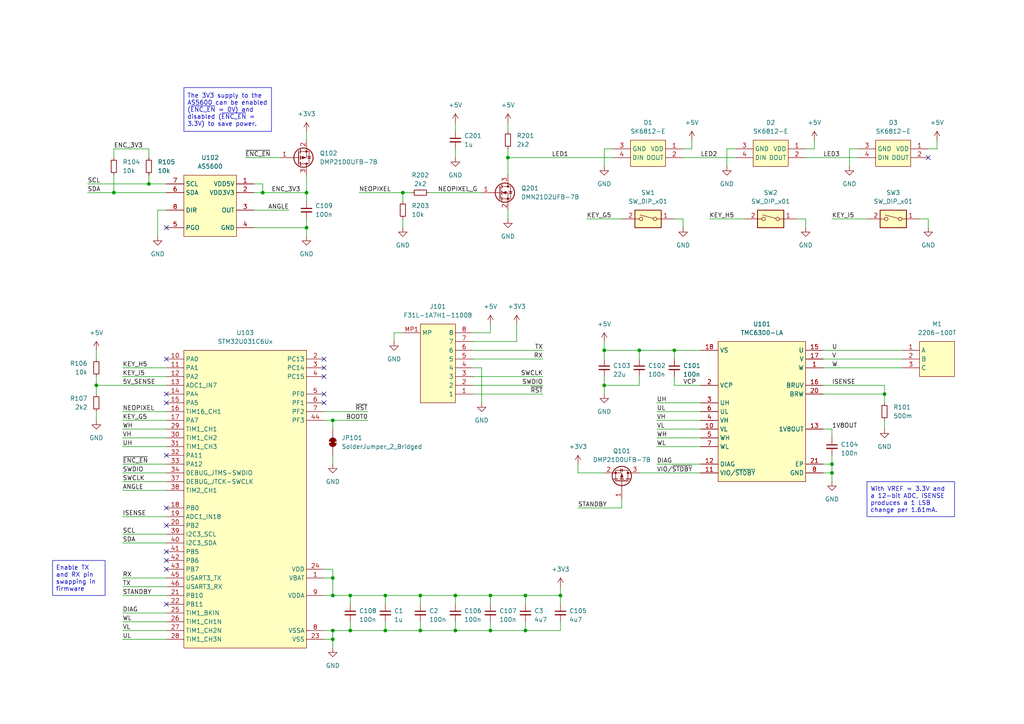
<source format=kicad_sch>
(kicad_sch (version 20250114) (generator "eeschema") (generator_version "9.0")
  (paper "A4")
  (lib_symbols
    (symbol "CONN-FPC:F31L-1A7H1-11008"
      (property "Reference" "J" (at 0 5.08 0))
      (property "Value" "F31L-1A7H1-11008" (at 0 2.54 0))
      (symbol "F31L-1A7H1-11008_1_1"
        (rectangle (start -5.08 0) (end 5.08 -22.86) (fill (type background)))
        (pin passive line (at -10.16 -2.54 0) (length 5.08) (name "1") (number "1"))
        (pin passive line (at -10.16 -5.08 0) (length 5.08) (name "2") (number "2"))
        (pin passive line (at -10.16 -7.62 0) (length 5.08) (name "3") (number "3"))
        (pin passive line (at -10.16 -10.16 0) (length 5.08) (name "4") (number "4"))
        (pin passive line (at -10.16 -12.7 0) (length 5.08) (name "5") (number "5"))
        (pin passive line (at -10.16 -15.24 0) (length 5.08) (name "6") (number "6"))
        (pin passive line (at -10.16 -17.78 0) (length 5.08) (name "7") (number "7"))
        (pin passive line (at -10.16 -20.32 0) (length 5.08) (name "8") (number "8"))
        (pin passive line (at 10.16 -20.32 180) (length 5.08) (name "MP") (number "MP1"))
        (pin passive line (at 10.16 -20.32 180) (length 5.08) (hide yes) (name "MP") (number "MP2"))
      )
    )
    (symbol "DEV:C_SMALL" (pin_numbers (hide yes)) (pin_names (offset 0.254) (hide yes))
      (property "Reference" "C" (at 0.254 1.778 0))
      (property "Value" "SMALL" (at 0.254 -2.032 0))
      (symbol "C_SMALL_0_1"
        (polyline (pts (xy -1.524 0.508) (xy 1.524 0.508)) (stroke (width 0.3048)))
        (polyline (pts (xy -1.524 -0.508) (xy 1.524 -0.508)) (stroke (width 0.3302)))
      )
      (symbol "C_SMALL_1_1"
        (pin passive line (at 0 2.54 270) (length 2.032) (name "~") (number "1"))
        (pin passive line (at 0 -2.54 90) (length 2.032) (name "~") (number "2"))
      )
    )
    (symbol "DEV:R_SMALL" (pin_numbers (hide yes)) (pin_names (offset 0.254) (hide yes))
      (property "Reference" "R" (at 0 0 90))
      (property "Value" "R_SMALL" (at 1.778 0 90))
      (symbol "R_SMALL_0_1"
        (rectangle (start -0.762 1.778) (end 0.762 -1.778) (stroke (width 0.2032)))
      )
      (symbol "R_SMALL_1_1"
        (pin passive line (at 0 2.54 270) (length 0.762) (name "~") (number "1"))
        (pin passive line (at 0 -2.54 90) (length 0.762) (name "~") (number "2"))
      )
    )
    (symbol "ENC:AS5600"
      (property "Reference" "U" (at 0 5.08 0))
      (property "Value" "AS5600" (at 0 2.54 0))
      (symbol "AS5600_0_0"
        (pin input line (at -12.7 -2.54 0) (length 5.08) (name "SCL") (number "7"))
        (pin bidirectional line (at -12.7 -5.08 0) (length 5.08) (name "SDA") (number "6"))
        (pin input line (at -12.7 -10.16 0) (length 5.08) (name "DIR") (number "8"))
        (pin input line (at -12.7 -15.24 0) (length 5.08) (name "PGO") (number "5"))
        (pin power_in line (at 12.7 -2.54 180) (length 5.08) (name "VDD5V") (number "1"))
        (pin power_in line (at 12.7 -5.08 180) (length 5.08) (name "VDD3V3") (number "2"))
        (pin output line (at 12.7 -10.16 180) (length 5.08) (name "OUT") (number "3"))
        (pin passive line (at 12.7 -15.24 180) (length 5.08) (name "GND") (number "4"))
      )
      (symbol "AS5600_1_1"
        (rectangle (start -7.62 0) (end 7.62 -17.78) (fill (type background)))
      )
    )
    (symbol "Jumper:SolderJumper_2_Bridged" (pin_numbers (hide yes)) (pin_names (offset 0) (hide yes)) (in_bom no)
      (property "Reference" "JP" (at 0 2.032 0))
      (property "Value" "SolderJumper_2_Bridged" (at 0 -2.54 0))
      (symbol "SolderJumper_2_Bridged_0_1"
        (rectangle (start -0.508 0.508) (end 0.508 -0.508) (fill (type outline)))
        (polyline (pts (xy -0.254 1.016) (xy -0.254 -1.016)))
        (arc (start -0.254 -1.016) (mid -1.2656 0) (end -0.254 1.016))
        (arc (start -0.254 -1.016) (mid -1.2656 0) (end -0.254 1.016) (fill (type outline)))
        (arc (start 0.254 1.016) (mid 1.2656 0) (end 0.254 -1.016))
        (arc (start 0.254 1.016) (mid 1.2656 0) (end 0.254 -1.016) (fill (type outline)))
        (polyline (pts (xy 0.254 1.016) (xy 0.254 -1.016)))
      )
      (symbol "SolderJumper_2_Bridged_1_1"
        (pin passive line (at -3.81 0 0) (length 2.54) (name "A") (number "1"))
        (pin passive line (at 3.81 0 180) (length 2.54) (name "B") (number "2"))
      )
    )
    (symbol "LED:SK6812-E"
      (property "Reference" "D" (at 0 5.08 0))
      (property "Value" "SK6812-E" (at 0 2.54 0))
      (symbol "SK6812-E_0_0"
        (pin power_in line (at -10.16 -2.54 0) (length 5.08) (name "GND") (number "3"))
        (pin input line (at -10.16 -5.08 0) (length 5.08) (name "DIN") (number "4"))
        (pin power_in line (at 10.16 -2.54 180) (length 5.08) (name "VDD") (number "1"))
        (pin output line (at 10.16 -5.08 180) (length 5.08) (name "DOUT") (number "2"))
      )
      (symbol "SK6812-E_1_1"
        (rectangle (start -5.08 0) (end 5.08 -7.62) (fill (type background)))
      )
    )
    (symbol "MOSFET:DMN21D2UFB-7B" (pin_names (hide yes))
      (property "Reference" "Q" (at 11.43 3.81 0))
      (property "Value" "DMN21D2UFB-7B" (at 11.43 1.27 0))
      (symbol "DMN21D2UFB-7B_0_1"
        (polyline (pts (xy 5.334 1.905) (xy 5.334 -1.905)) (stroke (width 0.254)))
        (polyline (pts (xy 5.334 0) (xy 2.54 0)))
        (polyline (pts (xy 5.842 2.286) (xy 5.842 1.27)) (stroke (width 0.254)))
        (polyline (pts (xy 5.842 0.508) (xy 5.842 -0.508)) (stroke (width 0.254)))
        (polyline (pts (xy 5.842 -1.27) (xy 5.842 -2.286)) (stroke (width 0.254)))
        (polyline (pts (xy 5.842 -1.778) (xy 8.382 -1.778) (xy 8.382 1.778) (xy 5.842 1.778)))
        (polyline (pts (xy 6.096 0) (xy 7.112 0.381) (xy 7.112 -0.381) (xy 6.096 0)) (fill (type outline)))
        (circle (center 6.731 0) (radius 2.794) (stroke (width 0.254)))
        (polyline (pts (xy 7.62 2.54) (xy 7.62 1.778)))
        (circle (center 7.62 1.778) (radius 0.254) (fill (type outline)))
        (circle (center 7.62 -1.778) (radius 0.254) (fill (type outline)))
        (polyline (pts (xy 7.62 -2.54) (xy 7.62 0) (xy 5.842 0)))
        (polyline (pts (xy 7.874 0.508) (xy 8.001 0.381) (xy 8.763 0.381) (xy 8.89 0.254)))
        (polyline (pts (xy 8.382 0.381) (xy 8.001 -0.254) (xy 8.763 -0.254) (xy 8.382 0.381)))
      )
      (symbol "DMN21D2UFB-7B_1_1"
        (pin input line (at 0 0 0) (length 2.54) (name "G") (number "1"))
        (pin passive line (at 7.62 5.08 270) (length 2.54) (name "D") (number "3"))
        (pin passive line (at 7.62 -5.08 90) (length 2.54) (name "S") (number "2"))
      )
    )
    (symbol "MOSFET:DMP21D0UFB-7B" (pin_names (hide yes))
      (property "Reference" "Q" (at 3.81 2.54 0))
      (property "Value" "DMP21D0UFB-7B" (at 3.81 0 0))
      (symbol "DMP21D0UFB-7B_0_1"
        (polyline (pts (xy -2.286 1.905) (xy -2.286 -1.905)) (stroke (width 0.254)))
        (polyline (pts (xy -2.286 0) (xy -5.08 0)))
        (polyline (pts (xy -1.778 2.286) (xy -1.778 1.27)) (stroke (width 0.254)))
        (polyline (pts (xy -1.778 1.778) (xy 0.762 1.778) (xy 0.762 -1.778) (xy -1.778 -1.778)))
        (polyline (pts (xy -1.778 0.508) (xy -1.778 -0.508)) (stroke (width 0.254)))
        (polyline (pts (xy -1.778 -1.27) (xy -1.778 -2.286)) (stroke (width 0.254)))
        (circle (center -0.889 0) (radius 2.794) (stroke (width 0.254)))
        (polyline (pts (xy -0.254 0) (xy -1.27 0.381) (xy -1.27 -0.381) (xy -0.254 0)) (fill (type outline)))
        (polyline (pts (xy 0 2.54) (xy 0 1.778)))
        (circle (center 0 1.778) (radius 0.254) (fill (type outline)))
        (circle (center 0 -1.778) (radius 0.254) (fill (type outline)))
        (polyline (pts (xy 0 -2.54) (xy 0 0) (xy -1.778 0)))
        (polyline (pts (xy 0.254 -0.508) (xy 0.381 -0.381) (xy 1.143 -0.381) (xy 1.27 -0.254)))
        (polyline (pts (xy 0.762 -0.381) (xy 0.381 0.254) (xy 1.143 0.254) (xy 0.762 -0.381)))
      )
      (symbol "DMP21D0UFB-7B_1_1"
        (pin input line (at -7.62 0 0) (length 2.54) (name "G") (number "1"))
        (pin passive line (at 0 5.08 270) (length 2.54) (name "D") (number "3"))
        (pin passive line (at 0 -5.08 90) (length 2.54) (name "S") (number "2"))
      )
    )
    (symbol "MOTOR-DRIVER:TMC6300-LA"
      (property "Reference" "U" (at 0 5.08 0))
      (property "Value" "TMC6300-LA" (at 0 2.54 0))
      (symbol "TMC6300-LA_1_1"
        (rectangle (start -12.7 0) (end 12.7 -40.64) (fill (type background)))
        (pin power_in line (at -17.78 -2.54 0) (length 5.08) (name "VS") (number "18"))
        (pin passive line (at -17.78 -12.7 0) (length 5.08) (name "VCP") (number "2"))
        (pin input line (at -17.78 -17.78 0) (length 5.08) (name "UH") (number "3"))
        (pin input line (at -17.78 -20.32 0) (length 5.08) (name "UL") (number "6"))
        (pin input line (at -17.78 -22.86 0) (length 5.08) (name "VH") (number "4"))
        (pin input line (at -17.78 -25.4 0) (length 5.08) (name "VL") (number "10"))
        (pin input line (at -17.78 -27.94 0) (length 5.08) (name "WH") (number "5"))
        (pin input line (at -17.78 -30.48 0) (length 5.08) (name "WL") (number "7"))
        (pin output line (at -17.78 -35.56 0) (length 5.08) (name "DIAG") (number "12"))
        (pin input line (at -17.78 -38.1 0) (length 5.08) (name "VIO/~{STDBY}") (number "11"))
        (pin passive line (at 17.78 -2.54 180) (length 5.08) (name "U") (number "15"))
        (pin passive line (at 17.78 -5.08 180) (length 5.08) (name "V") (number "17"))
        (pin passive line (at 17.78 -7.62 180) (length 5.08) (name "W") (number "1"))
        (pin passive line (at 17.78 -12.7 180) (length 5.08) (name "BRUV") (number "16"))
        (pin passive line (at 17.78 -15.24 180) (length 5.08) (name "BRW") (number "20"))
        (pin no_connect line (at 17.78 -20.32 180) (length 5.08) (hide yes) (name "NC") (number "19"))
        (pin power_out line (at 17.78 -25.4 180) (length 5.08) (name "1V8OUT") (number "13"))
        (pin passive line (at 17.78 -35.56 180) (length 5.08) (name "EP") (number "21"))
        (pin passive line (at 17.78 -38.1 180) (length 5.08) (hide yes) (name "GND") (number "14"))
        (pin passive line (at 17.78 -38.1 180) (length 5.08) (name "GND") (number "8"))
        (pin passive line (at 17.78 -38.1 180) (length 5.08) (hide yes) (name "GND") (number "9"))
      )
    )
    (symbol "MOTOR:2206-100T"
      (property "Reference" "M" (at 0 5.08 0))
      (property "Value" "2206-100T" (at 0 2.54 0))
      (symbol "2206-100T_1_1"
        (rectangle (start -5.08 0) (end 5.08 -10.16) (fill (type background)))
        (pin passive line (at -10.16 -2.54 0) (length 5.08) (name "A") (number "1"))
        (pin passive line (at -10.16 -5.08 0) (length 5.08) (name "B") (number "2"))
        (pin passive line (at -10.16 -7.62 0) (length 5.08) (name "C") (number "3"))
      )
    )
    (symbol "STM32:STM32U031C6Ux"
      (property "Reference" "U" (at 0 5.08 0))
      (property "Value" "STM32U031C6Ux" (at 0 2.54 0))
      (symbol "STM32U031C6Ux_1_1"
        (rectangle (start -17.78 0) (end 17.78 -86.36) (fill (type background)))
        (pin bidirectional line (at -22.86 -2.54 0) (length 5.08) (name "PA0") (number "10") (alternate "TIM2_CH1" bidirectional line))
        (pin bidirectional line (at -22.86 -5.08 0) (length 5.08) (name "PA1") (number "11"))
        (pin bidirectional line (at -22.86 -7.62 0) (length 5.08) (name "PA2") (number "12"))
        (pin bidirectional line (at -22.86 -10.16 0) (length 5.08) (name "PA3") (number "13") (alternate "ADC1_IN7" bidirectional line))
        (pin bidirectional line (at -22.86 -12.7 0) (length 5.08) (name "PA4") (number "14"))
        (pin bidirectional line (at -22.86 -15.24 0) (length 5.08) (name "PA5") (number "15") (alternate "TIM2_CH1" bidirectional line) (alternate "USART3_TX" bidirectional line))
        (pin bidirectional line (at -22.86 -17.78 0) (length 5.08) (name "PA6") (number "16") (alternate "I2C3_SDA" bidirectional line) (alternate "TIM16_CH1" bidirectional line) (alternate "TIM1_BKIN" bidirectional line))
        (pin bidirectional line (at -22.86 -20.32 0) (length 5.08) (name "PA7") (number "17") (alternate "I2C3_SCL" bidirectional line) (alternate "TIM1_CH1N" bidirectional line) (alternate "USART3_RX" bidirectional line))
        (pin bidirectional line (at -22.86 -22.86 0) (length 5.08) (name "PA8") (number "29") (alternate "TIM1_CH1" bidirectional line))
        (pin bidirectional line (at -22.86 -25.4 0) (length 5.08) (name "PA9") (number "30") (alternate "TIM1_CH2" bidirectional line))
        (pin bidirectional line (at -22.86 -27.94 0) (length 5.08) (name "PA10") (number "31") (alternate "TIM1_CH3" bidirectional line))
        (pin bidirectional line (at -22.86 -30.48 0) (length 5.08) (name "PA11") (number "32"))
        (pin bidirectional line (at -22.86 -33.02 0) (length 5.08) (name "PA12") (number "33"))
        (pin bidirectional line (at -22.86 -35.56 0) (length 5.08) (name "PA13") (number "34") (alternate "DEBUG_JTMS-SWDIO" bidirectional line))
        (pin bidirectional line (at -22.86 -38.1 0) (length 5.08) (name "PA14") (number "37") (alternate "DEBUG_JTCK-SWCLK" bidirectional line))
        (pin bidirectional line (at -22.86 -40.64 0) (length 5.08) (name "PA15") (number "38") (alternate "TIM2_CH1" bidirectional line))
        (pin bidirectional line (at -22.86 -45.72 0) (length 5.08) (name "PB0") (number "18") (alternate "TIM1_CH2N" bidirectional line))
        (pin bidirectional line (at -22.86 -48.26 0) (length 5.08) (name "PB1") (number "19") (alternate "ADC1_IN18" bidirectional line) (alternate "TIM1_CH3N" bidirectional line))
        (pin bidirectional line (at -22.86 -50.8 0) (length 5.08) (name "PB2") (number "20"))
        (pin bidirectional line (at -22.86 -53.34 0) (length 5.08) (name "PB3") (number "39") (alternate "I2C3_SCL" bidirectional line))
        (pin bidirectional line (at -22.86 -55.88 0) (length 5.08) (name "PB4") (number "40") (alternate "I2C3_SDA" bidirectional line))
        (pin bidirectional line (at -22.86 -58.42 0) (length 5.08) (name "PB5") (number "41"))
        (pin bidirectional line (at -22.86 -60.96 0) (length 5.08) (name "PB6") (number "42"))
        (pin bidirectional line (at -22.86 -63.5 0) (length 5.08) (name "PB7") (number "43"))
        (pin bidirectional line (at -22.86 -66.04 0) (length 5.08) (name "PB8") (number "45") (alternate "TIM16_CH1" bidirectional line) (alternate "USART3_TX" bidirectional line))
        (pin bidirectional line (at -22.86 -68.58 0) (length 5.08) (name "PB9") (number "46") (alternate "USART3_RX" bidirectional line))
        (pin bidirectional line (at -22.86 -71.12 0) (length 5.08) (name "PB10") (number "21") (alternate "USART3_TX" bidirectional line))
        (pin bidirectional line (at -22.86 -73.66 0) (length 5.08) (name "PB11") (number "22") (alternate "USART3_RX" bidirectional line))
        (pin bidirectional line (at -22.86 -76.2 0) (length 5.08) (name "PB12") (number "25") (alternate "TIM1_BKIN" bidirectional line))
        (pin bidirectional line (at -22.86 -78.74 0) (length 5.08) (name "PB13") (number "26") (alternate "TIM1_CH1N" bidirectional line))
        (pin bidirectional line (at -22.86 -81.28 0) (length 5.08) (name "PB14") (number "27") (alternate "TIM1_CH2N" bidirectional line))
        (pin bidirectional line (at -22.86 -83.82 0) (length 5.08) (name "PB15") (number "28") (alternate "TIM1_CH3N" bidirectional line))
        (pin bidirectional line (at 22.86 -2.54 180) (length 5.08) (name "PC13") (number "2"))
        (pin bidirectional line (at 22.86 -5.08 180) (length 5.08) (name "PC14") (number "3"))
        (pin bidirectional line (at 22.86 -7.62 180) (length 5.08) (name "PC15") (number "4"))
        (pin bidirectional line (at 22.86 -12.7 180) (length 5.08) (name "PF0") (number "5"))
        (pin bidirectional line (at 22.86 -15.24 180) (length 5.08) (name "PF1") (number "6"))
        (pin bidirectional line (at 22.86 -17.78 180) (length 5.08) (name "PF2") (number "7"))
        (pin bidirectional line (at 22.86 -20.32 180) (length 5.08) (name "PF3") (number "44"))
        (pin power_in line (at 22.86 -63.5 180) (length 5.08) (name "VDD") (number "24"))
        (pin passive line (at 22.86 -63.5 180) (length 5.08) (hide yes) (name "VDD") (number "36"))
        (pin passive line (at 22.86 -63.5 180) (length 5.08) (hide yes) (name "VDD") (number "48"))
        (pin power_in line (at 22.86 -66.04 180) (length 5.08) (name "VBAT") (number "1"))
        (pin power_in line (at 22.86 -71.12 180) (length 5.08) (name "VDDA") (number "9"))
        (pin power_in line (at 22.86 -81.28 180) (length 5.08) (name "VSSA") (number "8"))
        (pin power_in line (at 22.86 -83.82 180) (length 5.08) (name "VSS") (number "23"))
        (pin passive line (at 22.86 -83.82 180) (length 5.08) (hide yes) (name "VSS") (number "35"))
        (pin passive line (at 22.86 -83.82 180) (length 5.08) (hide yes) (name "VSS") (number "47"))
        (pin passive line (at 22.86 -83.82 180) (length 5.08) (hide yes) (name "VSS") (number "49"))
      )
    )
    (symbol "Switch:SW_DIP_x01" (pin_names (offset 0) (hide yes))
      (property "Reference" "SW" (at 0 3.81 0))
      (property "Value" "SW_DIP_x01" (at 0 -3.81 0))
      (symbol "SW_DIP_x01_0_0"
        (circle (center -2.032 0) (radius 0.508))
        (polyline (pts (xy -1.524 0.127) (xy 2.3622 1.1684)))
        (circle (center 2.032 0) (radius 0.508))
      )
      (symbol "SW_DIP_x01_0_1"
        (rectangle (start -3.81 2.54) (end 3.81 -2.54) (stroke (width 0.254)) (fill (type background)))
      )
      (symbol "SW_DIP_x01_1_1"
        (pin passive line (at -7.62 0 0) (length 5.08) (name "~") (number "1"))
        (pin passive line (at 7.62 0 180) (length 5.08) (name "~") (number "2"))
      )
    )
    (symbol "power:+3V3" (power) (pin_numbers (hide yes)) (pin_names (offset 0) (hide yes))
      (property "Value" "+3V3" (at 0 3.556 0))
      (symbol "+3V3_0_1"
        (polyline (pts (xy -0.762 1.27) (xy 0 2.54)))
        (polyline (pts (xy 0 2.54) (xy 0.762 1.27)))
        (polyline (pts (xy 0 0) (xy 0 2.54)))
      )
      (symbol "+3V3_1_1"
        (pin power_in line (at 0 0 90) (length 0) (name "~") (number "1"))
      )
    )
    (symbol "power:+5V" (power) (pin_numbers (hide yes)) (pin_names (offset 0) (hide yes))
      (property "Value" "+5V" (at 0 3.556 0))
      (symbol "+5V_0_1"
        (polyline (pts (xy -0.762 1.27) (xy 0 2.54)))
        (polyline (pts (xy 0 2.54) (xy 0.762 1.27)))
        (polyline (pts (xy 0 0) (xy 0 2.54)))
      )
      (symbol "+5V_1_1"
        (pin power_in line (at 0 0 90) (length 0) (name "~") (number "1"))
      )
    )
    (symbol "power:GND" (power) (pin_numbers (hide yes)) (pin_names (offset 0) (hide yes))
      (property "Value" "GND" (at 0 -3.81 0))
      (symbol "GND_0_1"
        (polyline (pts (xy 0 0) (xy 0 -1.27) (xy 1.27 -1.27) (xy 0 -2.54) (xy -1.27 -1.27) (xy 0 -1.27)))
      )
      (symbol "GND_1_1"
        (pin power_in line (at 0 0 270) (length 0) (name "~") (number "1"))
      )
    )
  )
  (text_box "The 3V3 supply to the AS5600 can be enabled (~{ENC_EN} = 0V) and disabled (~{ENC_EN} = 3.3V) to save power." (at 53.34 25.4 0) (size 25.4 12.7) (margins 0.9525 0.9525 0.9525 0.9525) (effects (font (size 1.27 1.27)) (justify left)))
  (text_box "Enable TX and RX pin swapping in firmware" (at 15.24 162.56 0) (size 15.24 10.16) (margins 0.9525 0.9525 0.9525 0.9525) (effects (font (size 1.27 1.27)) (justify left)))
  (text_box "With VREF = 3.3V and a 12-bit ADC, ISENSE produces a 1 LSB change per 1.61mA." (at 251.46 139.7 0) (size 25.4 10.16) (margins 0.9525 0.9525 0.9525 0.9525) (effects (font (size 1.27 1.27)) (justify left)))
  (junction (at 241.3 137.16))
  (junction (at 152.4 182.88))
  (junction (at 132.08 172.72))
  (junction (at 116.84 55.88))
  (junction (at 27.94 111.76))
  (junction (at 88.9 66.04))
  (junction (at 101.6 182.88))
  (junction (at 175.26 101.6))
  (junction (at 101.6 172.72))
  (junction (at 256.54 114.3))
  (junction (at 142.24 182.88))
  (junction (at 33.02 55.88))
  (junction (at 96.52 172.72))
  (junction (at 88.9 55.88))
  (junction (at 132.08 182.88))
  (junction (at 96.52 185.42))
  (junction (at 142.24 172.72))
  (junction (at 96.52 121.92))
  (junction (at 121.92 172.72))
  (junction (at 96.52 167.64))
  (junction (at 111.76 182.88))
  (junction (at 111.76 172.72))
  (junction (at 162.56 172.72))
  (junction (at 152.4 172.72))
  (junction (at 195.58 101.6))
  (junction (at 96.52 182.88))
  (junction (at 175.26 111.76))
  (junction (at 76.2 55.88))
  (junction (at 147.32 45.72))
  (junction (at 121.92 182.88))
  (junction (at 43.18 53.34))
  (junction (at 241.3 134.62))
  (junction (at 185.42 101.6))
  (no_connect (at 48.26 160.02))
  (no_connect (at 269.24 45.72))
  (no_connect (at 93.98 116.84))
  (no_connect (at 48.26 114.3))
  (no_connect (at 48.26 66.04))
  (no_connect (at 48.26 165.1))
  (no_connect (at 93.98 104.14))
  (no_connect (at 48.26 152.4))
  (no_connect (at 48.26 132.08))
  (no_connect (at 48.26 116.84))
  (no_connect (at 48.26 147.32))
  (no_connect (at 48.26 104.14))
  (no_connect (at 93.98 109.22))
  (no_connect (at 93.98 114.3))
  (no_connect (at 48.26 175.26))
  (no_connect (at 48.26 162.56))
  (no_connect (at 93.98 106.68))
  (wire (pts (xy 35.56 180.34) (xy 48.26 180.34)))
  (wire (pts (xy 88.9 68.58) (xy 88.9 66.04)))
  (wire (pts (xy 233.68 63.5) (xy 231.14 63.5)))
  (wire (pts (xy 210.82 43.18) (xy 213.36 43.18)))
  (wire (pts (xy 121.92 180.34) (xy 121.92 182.88)))
  (wire (pts (xy 185.42 111.76) (xy 185.42 109.22)))
  (wire (pts (xy 88.9 63.5) (xy 88.9 66.04)))
  (wire (pts (xy 27.94 101.6) (xy 27.94 104.14)))
  (wire (pts (xy 246.38 43.18) (xy 248.92 43.18)))
  (wire (pts (xy 190.5 127) (xy 203.2 127)))
  (wire (pts (xy 233.68 45.72) (xy 248.92 45.72)))
  (wire (pts (xy 215.9 63.5) (xy 205.74 63.5)))
  (wire (pts (xy 48.26 109.22) (xy 35.56 109.22)))
  (wire (pts (xy 27.94 109.22) (xy 27.94 111.76)))
  (wire (pts (xy 111.76 180.34) (xy 111.76 182.88)))
  (wire (pts (xy 25.4 53.34) (xy 43.18 53.34)))
  (wire (pts (xy 261.62 104.14) (xy 238.76 104.14)))
  (wire (pts (xy 271.78 40.64) (xy 271.78 43.18)))
  (wire (pts (xy 175.26 43.18) (xy 175.26 48.26)))
  (wire (pts (xy 142.24 172.72) (xy 152.4 172.72)))
  (wire (pts (xy 35.56 167.64) (xy 48.26 167.64)))
  (wire (pts (xy 152.4 175.26) (xy 152.4 172.72)))
  (wire (pts (xy 116.84 55.88) (xy 119.38 55.88)))
  (wire (pts (xy 35.56 170.18) (xy 48.26 170.18)))
  (wire (pts (xy 175.26 99.06) (xy 175.26 101.6)))
  (wire (pts (xy 198.12 43.18) (xy 200.66 43.18)))
  (wire (pts (xy 195.58 101.6) (xy 203.2 101.6)))
  (wire (pts (xy 35.56 154.94) (xy 48.26 154.94)))
  (wire (pts (xy 256.54 114.3) (xy 256.54 116.84)))
  (wire (pts (xy 246.38 43.18) (xy 246.38 48.26)))
  (wire (pts (xy 116.84 55.88) (xy 116.84 58.42)))
  (wire (pts (xy 88.9 55.88) (xy 76.2 55.88)))
  (wire (pts (xy 195.58 111.76) (xy 203.2 111.76)))
  (wire (pts (xy 35.56 157.48) (xy 48.26 157.48)))
  (wire (pts (xy 137.16 101.6) (xy 157.48 101.6)))
  (wire (pts (xy 33.02 43.18) (xy 33.02 45.72)))
  (wire (pts (xy 147.32 35.56) (xy 147.32 38.1)))
  (wire (pts (xy 83.82 60.96) (xy 73.66 60.96)))
  (wire (pts (xy 185.42 101.6) (xy 195.58 101.6)))
  (wire (pts (xy 190.5 121.92) (xy 203.2 121.92)))
  (wire (pts (xy 43.18 45.72) (xy 43.18 43.18)))
  (wire (pts (xy 93.98 119.38) (xy 106.68 119.38)))
  (wire (pts (xy 101.6 180.34) (xy 101.6 182.88)))
  (wire (pts (xy 236.22 40.64) (xy 236.22 43.18)))
  (wire (pts (xy 167.64 134.62) (xy 167.64 137.16)))
  (wire (pts (xy 149.86 93.98) (xy 149.86 99.06)))
  (wire (pts (xy 48.26 106.68) (xy 35.56 106.68)))
  (wire (pts (xy 121.92 172.72) (xy 121.92 175.26)))
  (wire (pts (xy 33.02 55.88) (xy 48.26 55.88)))
  (wire (pts (xy 48.26 60.96) (xy 45.72 60.96)))
  (wire (pts (xy 190.5 124.46) (xy 203.2 124.46)))
  (wire (pts (xy 101.6 182.88) (xy 111.76 182.88)))
  (wire (pts (xy 142.24 93.98) (xy 142.24 96.52)))
  (wire (pts (xy 93.98 167.64) (xy 96.52 167.64)))
  (wire (pts (xy 256.54 121.92) (xy 256.54 124.46)))
  (wire (pts (xy 139.7 106.68) (xy 139.7 116.84)))
  (wire (pts (xy 185.42 101.6) (xy 175.26 101.6)))
  (wire (pts (xy 137.16 109.22) (xy 157.48 109.22)))
  (wire (pts (xy 137.16 111.76) (xy 157.48 111.76)))
  (wire (pts (xy 35.56 127) (xy 48.26 127)))
  (wire (pts (xy 152.4 180.34) (xy 152.4 182.88)))
  (wire (pts (xy 111.76 172.72) (xy 111.76 175.26)))
  (wire (pts (xy 96.52 121.92) (xy 106.68 121.92)))
  (wire (pts (xy 241.3 132.08) (xy 241.3 134.62)))
  (wire (pts (xy 111.76 172.72) (xy 121.92 172.72)))
  (wire (pts (xy 35.56 172.72) (xy 48.26 172.72)))
  (wire (pts (xy 114.3 96.52) (xy 114.3 99.06)))
  (wire (pts (xy 175.26 101.6) (xy 175.26 104.14)))
  (wire (pts (xy 195.58 104.14) (xy 195.58 101.6)))
  (wire (pts (xy 35.56 134.62) (xy 48.26 134.62)))
  (wire (pts (xy 241.3 137.16) (xy 241.3 134.62)))
  (wire (pts (xy 198.12 63.5) (xy 198.12 66.04)))
  (wire (pts (xy 149.86 99.06) (xy 137.16 99.06)))
  (wire (pts (xy 132.08 35.56) (xy 132.08 38.1)))
  (wire (pts (xy 73.66 66.04) (xy 88.9 66.04)))
  (wire (pts (xy 132.08 175.26) (xy 132.08 172.72)))
  (wire (pts (xy 27.94 111.76) (xy 27.94 114.3)))
  (wire (pts (xy 269.24 43.18) (xy 271.78 43.18)))
  (wire (pts (xy 269.24 63.5) (xy 266.7 63.5)))
  (wire (pts (xy 88.9 58.42) (xy 88.9 55.88)))
  (wire (pts (xy 124.46 55.88) (xy 139.7 55.88)))
  (wire (pts (xy 175.26 111.76) (xy 175.26 114.3)))
  (wire (pts (xy 180.34 63.5) (xy 170.18 63.5)))
  (wire (pts (xy 96.52 172.72) (xy 101.6 172.72)))
  (wire (pts (xy 96.52 185.42) (xy 96.52 187.96)))
  (wire (pts (xy 96.52 182.88) (xy 101.6 182.88)))
  (wire (pts (xy 35.56 121.92) (xy 48.26 121.92)))
  (wire (pts (xy 132.08 43.18) (xy 132.08 45.72)))
  (wire (pts (xy 45.72 60.96) (xy 45.72 68.58)))
  (wire (pts (xy 261.62 106.68) (xy 238.76 106.68)))
  (wire (pts (xy 241.3 139.7) (xy 241.3 137.16)))
  (wire (pts (xy 88.9 50.8) (xy 88.9 55.88)))
  (wire (pts (xy 121.92 182.88) (xy 132.08 182.88)))
  (wire (pts (xy 73.66 53.34) (xy 76.2 53.34)))
  (wire (pts (xy 104.14 55.88) (xy 116.84 55.88)))
  (wire (pts (xy 132.08 180.34) (xy 132.08 182.88)))
  (wire (pts (xy 261.62 101.6) (xy 238.76 101.6)))
  (wire (pts (xy 43.18 50.8) (xy 43.18 53.34)))
  (wire (pts (xy 111.76 182.88) (xy 121.92 182.88)))
  (wire (pts (xy 71.12 45.72) (xy 81.28 45.72)))
  (wire (pts (xy 180.34 144.78) (xy 180.34 147.32)))
  (wire (pts (xy 76.2 53.34) (xy 76.2 55.88)))
  (wire (pts (xy 35.56 129.54) (xy 48.26 129.54)))
  (wire (pts (xy 238.76 111.76) (xy 256.54 111.76)))
  (wire (pts (xy 33.02 55.88) (xy 33.02 50.8)))
  (wire (pts (xy 238.76 124.46) (xy 241.3 124.46)))
  (wire (pts (xy 35.56 182.88) (xy 48.26 182.88)))
  (wire (pts (xy 162.56 175.26) (xy 162.56 172.72)))
  (wire (pts (xy 185.42 104.14) (xy 185.42 101.6)))
  (wire (pts (xy 233.68 63.5) (xy 233.68 66.04)))
  (wire (pts (xy 27.94 111.76) (xy 48.26 111.76)))
  (wire (pts (xy 175.26 43.18) (xy 177.8 43.18)))
  (wire (pts (xy 162.56 170.18) (xy 162.56 172.72)))
  (wire (pts (xy 256.54 111.76) (xy 256.54 114.3)))
  (wire (pts (xy 200.66 40.64) (xy 200.66 43.18)))
  (wire (pts (xy 93.98 121.92) (xy 96.52 121.92)))
  (wire (pts (xy 241.3 134.62) (xy 238.76 134.62)))
  (wire (pts (xy 147.32 45.72) (xy 177.8 45.72)))
  (wire (pts (xy 198.12 45.72) (xy 213.36 45.72)))
  (wire (pts (xy 35.56 139.7) (xy 48.26 139.7)))
  (wire (pts (xy 35.56 149.86) (xy 48.26 149.86)))
  (wire (pts (xy 96.52 167.64) (xy 96.52 165.1)))
  (wire (pts (xy 116.84 63.5) (xy 116.84 66.04)))
  (wire (pts (xy 121.92 172.72) (xy 132.08 172.72)))
  (wire (pts (xy 147.32 60.96) (xy 147.32 63.5)))
  (wire (pts (xy 25.4 55.88) (xy 33.02 55.88)))
  (wire (pts (xy 142.24 175.26) (xy 142.24 172.72)))
  (wire (pts (xy 93.98 185.42) (xy 96.52 185.42)))
  (wire (pts (xy 269.24 63.5) (xy 269.24 66.04)))
  (wire (pts (xy 190.5 129.54) (xy 203.2 129.54)))
  (wire (pts (xy 33.02 43.18) (xy 43.18 43.18)))
  (wire (pts (xy 251.46 63.5) (xy 241.3 63.5)))
  (wire (pts (xy 96.52 121.92) (xy 96.52 124.46)))
  (wire (pts (xy 27.94 119.38) (xy 27.94 121.92)))
  (wire (pts (xy 142.24 182.88) (xy 152.4 182.88)))
  (wire (pts (xy 190.5 116.84) (xy 203.2 116.84)))
  (wire (pts (xy 93.98 172.72) (xy 96.52 172.72)))
  (wire (pts (xy 175.26 111.76) (xy 185.42 111.76)))
  (wire (pts (xy 210.82 43.18) (xy 210.82 48.26)))
  (wire (pts (xy 43.18 53.34) (xy 48.26 53.34)))
  (wire (pts (xy 96.52 182.88) (xy 96.52 185.42)))
  (wire (pts (xy 137.16 104.14) (xy 157.48 104.14)))
  (wire (pts (xy 35.56 142.24) (xy 48.26 142.24)))
  (wire (pts (xy 190.5 119.38) (xy 203.2 119.38)))
  (wire (pts (xy 175.26 137.16) (xy 167.64 137.16)))
  (wire (pts (xy 142.24 96.52) (xy 137.16 96.52)))
  (wire (pts (xy 114.3 96.52) (xy 116.84 96.52)))
  (wire (pts (xy 139.7 106.68) (xy 137.16 106.68)))
  (wire (pts (xy 195.58 109.22) (xy 195.58 111.76)))
  (wire (pts (xy 35.56 177.8) (xy 48.26 177.8)))
  (wire (pts (xy 93.98 165.1) (xy 96.52 165.1)))
  (wire (pts (xy 132.08 182.88) (xy 142.24 182.88)))
  (wire (pts (xy 35.56 119.38) (xy 48.26 119.38)))
  (wire (pts (xy 73.66 55.88) (xy 76.2 55.88)))
  (wire (pts (xy 167.64 147.32) (xy 180.34 147.32)))
  (wire (pts (xy 101.6 172.72) (xy 101.6 175.26)))
  (wire (pts (xy 137.16 114.3) (xy 157.48 114.3)))
  (wire (pts (xy 233.68 43.18) (xy 236.22 43.18)))
  (wire (pts (xy 238.76 137.16) (xy 241.3 137.16)))
  (wire (pts (xy 185.42 137.16) (xy 203.2 137.16)))
  (wire (pts (xy 256.54 114.3) (xy 238.76 114.3)))
  (wire (pts (xy 96.52 132.08) (xy 96.52 134.62)))
  (wire (pts (xy 147.32 50.8) (xy 147.32 45.72)))
  (wire (pts (xy 35.56 137.16) (xy 48.26 137.16)))
  (wire (pts (xy 162.56 180.34) (xy 162.56 182.88)))
  (wire (pts (xy 152.4 182.88) (xy 162.56 182.88)))
  (wire (pts (xy 152.4 172.72) (xy 162.56 172.72)))
  (wire (pts (xy 190.5 134.62) (xy 203.2 134.62)))
  (wire (pts (xy 96.52 172.72) (xy 96.52 167.64)))
  (wire (pts (xy 241.3 127) (xy 241.3 124.46)))
  (wire (pts (xy 88.9 38.1) (xy 88.9 40.64)))
  (wire (pts (xy 132.08 172.72) (xy 142.24 172.72)))
  (wire (pts (xy 175.26 111.76) (xy 175.26 109.22)))
  (wire (pts (xy 101.6 172.72) (xy 111.76 172.72)))
  (wire (pts (xy 198.12 63.5) (xy 195.58 63.5)))
  (wire (pts (xy 93.98 182.88) (xy 96.52 182.88)))
  (wire (pts (xy 142.24 180.34) (xy 142.24 182.88)))
  (wire (pts (xy 35.56 124.46) (xy 48.26 124.46)))
  (wire (pts (xy 147.32 43.18) (xy 147.32 45.72)))
  (wire (pts (xy 35.56 185.42) (xy 48.26 185.42)))
  (label "UL" (at 190.5 119.38 0))
  (label "VIO{slash}~{STDBY}" (at 190.5 137.16 0))
  (label "RX" (at 157.48 104.14 180))
  (label "ENC_3V3" (at 78.74 55.88 0))
  (label "WL" (at 190.5 129.54 0))
  (label "ISENSE" (at 241.3 111.76 0))
  (label "SCL" (at 35.56 154.94 0))
  (label "NEOPIXEL" (at 104.14 55.88 0))
  (label "TX" (at 157.48 101.6 180))
  (label "LED1" (at 160.02 45.72 0))
  (label "W" (at 241.3 106.68 0))
  (label "VL" (at 190.5 124.46 0))
  (label "SCL" (at 25.4 53.34 0))
  (label "~{ENC_EN}" (at 35.56 134.62 0))
  (label "VCP" (at 198.12 111.76 0))
  (label "VH" (at 35.56 127 0))
  (label "~{RST}" (at 106.68 119.38 180))
  (label "ANGLE" (at 35.56 142.24 0))
  (label "WH" (at 190.5 127 0))
  (label "SWCLK" (at 157.48 109.22 180))
  (label "KEY_H5" (at 35.56 106.68 0))
  (label "SDA" (at 35.56 157.48 0))
  (label "NEOPIXEL_G" (at 127 55.88 0))
  (label "NEOPIXEL" (at 35.56 119.38 0))
  (label "KEY_I5" (at 241.3 63.5 0))
  (label "UL" (at 35.56 185.42 0))
  (label "WL" (at 35.56 180.34 0))
  (label "1V8OUT" (at 241.3 124.46 0))
  (label "DIAG" (at 35.56 177.8 0))
  (label "STANDBY" (at 167.64 147.32 0))
  (label "ISENSE" (at 35.56 149.86 0))
  (label "KEY_G5" (at 170.18 63.5 0))
  (label "VL" (at 35.56 182.88 0))
  (label "LED3" (at 238.76 45.72 0))
  (label "ANGLE" (at 83.82 60.96 180))
  (label "STANDBY" (at 35.56 172.72 0))
  (label "LED2" (at 203.2 45.72 0))
  (label "UH" (at 190.5 116.84 0))
  (label "SDA" (at 25.4 55.88 0))
  (label "UH" (at 35.56 129.54 0))
  (label "~{RST}" (at 157.48 114.3 180))
  (label "V" (at 241.3 104.14 0))
  (label "ENC_3V3" (at 33.02 43.18 0))
  (label "5V_SENSE" (at 35.56 111.76 0))
  (label "WH" (at 35.56 124.46 0))
  (label "KEY_G5" (at 35.56 121.92 0))
  (label "U" (at 241.3 101.6 0))
  (label "DIAG" (at 190.5 134.62 0))
  (label "BOOT0" (at 106.68 121.92 180))
  (label "SWCLK" (at 35.56 139.7 0))
  (label "KEY_I5" (at 35.56 109.22 0))
  (label "RX" (at 35.56 167.64 0))
  (label "KEY_H5" (at 205.74 63.5 0))
  (label "SWDIO" (at 35.56 137.16 0))
  (label "TX" (at 35.56 170.18 0))
  (label "SWDIO" (at 157.48 111.76 180))
  (label "VH" (at 190.5 121.92 0))
  (label "~{ENC_EN}" (at 71.12 45.72 0))
  (symbol (lib_id "power:+3V3") (at 88.9 38.1 0) (mirror y) (unit 1)
    (property "Reference" "#PWR0114" (effects (hide yes)))
    (property "Value" "+3V3" (at 88.9 33.02 0))
    (property "Description" "Power symbol creates a global label with name \"+3V3\"" (effects (hide yes)))
  )
  (symbol (lib_id "power:GND") (at 88.9 68.58 0) (unit 1)
    (property "Reference" "#PWR0116" (effects (hide yes)))
    (property "Value" "GND" (at 88.9 73.66 0))
  )
  (symbol (lib_id "DEV:C_SMALL") (at 241.3 129.54 0) (unit 1)
    (property "Reference" "C104" (at 243.84 128.9113 0) (effects (justify left)))
    (property "Value" "100n" (at 243.84 131.4513 0) (effects (justify left)))
    (property "Footprint" "project_footprints:C_0402" (effects (hide yes)))
    (property "Description" "Unpolarized capacitor, small symbol" (effects (hide yes)))
  )
  (symbol (lib_id "power:+3V3") (at 162.56 170.18 0) (unit 1)
    (property "Reference" "#PWR010" (effects (hide yes)))
    (property "Value" "+3V3" (at 162.56 165.1 0))
    (property "Description" "Power symbol creates a global label with name \"+3V3\"" (effects (hide yes)))
  )
  (symbol (lib_id "power:+5V") (at 236.22 40.64 0) (unit 1)
    (property "Reference" "#PWR0104" (effects (hide yes)))
    (property "Value" "+5V" (at 236.22 35.56 0))
    (property "Description" "Power symbol creates a global label with name \"+5V\"" (effects (hide yes)))
  )
  (symbol (lib_id "DEV:R_SMALL") (at 27.94 106.68 0) (mirror y) (unit 1)
    (property "Reference" "R106" (at 25.4 105.4099 0) (effects (justify left)))
    (property "Value" "10k" (at 25.4 107.9499 0) (effects (justify left)))
    (property "Footprint" "project_footprints:R_0402" (effects (hide yes)))
    (property "Description" "Resistor, small symbol" (effects (hide yes)))
  )
  (symbol (lib_id "DEV:C_SMALL") (at 195.58 106.68 0) (unit 1)
    (property "Reference" "C101" (at 198.12 106.0513 0) (effects (justify left)))
    (property "Value" "100n" (at 198.12 108.5913 0) (effects (justify left)))
    (property "Footprint" "project_footprints:C_0402" (effects (hide yes)))
    (property "Description" "Unpolarized capacitor, small symbol" (effects (hide yes)))
  )
  (symbol (lib_id "power:+5V") (at 200.66 40.64 0) (unit 1)
    (property "Reference" "#PWR0103" (effects (hide yes)))
    (property "Value" "+5V" (at 200.66 35.56 0))
    (property "Description" "Power symbol creates a global label with name \"+5V\"" (effects (hide yes)))
  )
  (symbol (lib_id "DEV:C_SMALL") (at 111.76 177.8 0) (unit 1)
    (property "Reference" "C1" (at 114.3 177.1713 0) (effects (justify left)))
    (property "Value" "1u" (at 114.3 179.7113 0) (effects (justify left)))
    (property "Footprint" "project_footprints:C_0402" (effects (hide yes)))
    (property "Description" "Unpolarized capacitor, small symbol" (effects (hide yes)))
  )
  (symbol (lib_id "DEV:C_SMALL") (at 185.42 106.68 0) (unit 1)
    (property "Reference" "C102" (at 187.96 106.0513 0) (effects (justify left)))
    (property "Value" "100n" (at 187.96 108.5913 0) (effects (justify left)))
    (property "Footprint" "project_footprints:C_0402" (effects (hide yes)))
    (property "Description" "Unpolarized capacitor, small symbol" (effects (hide yes)))
  )
  (symbol (lib_id "DEV:C_SMALL") (at 121.92 177.8 0) (unit 1)
    (property "Reference" "C2" (at 124.46 177.1713 0) (effects (justify left)))
    (property "Value" "100n" (at 124.46 179.7113 0) (effects (justify left)))
    (property "Footprint" "project_footprints:C_0402" (effects (hide yes)))
    (property "Description" "Unpolarized capacitor, small symbol" (effects (hide yes)))
  )
  (symbol (lib_id "DEV:R_SMALL") (at 27.94 116.84 0) (mirror y) (unit 1)
    (property "Reference" "R107" (at 25.4 115.5699 0) (effects (justify left)))
    (property "Value" "2k2" (at 25.4 118.1099 0) (effects (justify left)))
    (property "Footprint" "project_footprints:R_0402" (effects (hide yes)))
    (property "Description" "Resistor, small symbol" (effects (hide yes)))
  )
  (symbol (lib_id "DEV:C_SMALL") (at 142.24 177.8 0) (unit 1)
    (property "Reference" "C107" (at 144.78 177.1713 0) (effects (justify left)))
    (property "Value" "100n" (at 144.78 179.7113 0) (effects (justify left)))
    (property "Footprint" "project_footprints:C_0402" (effects (hide yes)))
    (property "Description" "Unpolarized capacitor, small symbol" (effects (hide yes)))
  )
  (symbol (lib_id "power:GND") (at 96.52 187.96 0) (unit 1)
    (property "Reference" "#PWR011" (effects (hide yes)))
    (property "Value" "GND" (at 96.52 193.04 0))
  )
  (symbol (lib_id "ENC:AS5600") (at 60.96 50.8 0) (unit 1)
    (property "Reference" "U102" (at 60.96 45.72 0))
    (property "Value" "AS5600" (at 60.96 48.26 0))
    (property "Footprint" "project_footprints:as5600-rear-magnet" (effects (hide yes)))
    (property "Datasheet" "https://www.mouser.com/pdfdocs/AMS_AS5600_Datasheet_EN.PDF" (effects (hide yes)))
  )
  (symbol (lib_id "power:+3V3") (at 149.86 93.98 0) (unit 1)
    (property "Reference" "#PWR0303" (effects (hide yes)))
    (property "Value" "+3V3" (at 149.86 88.9 0))
    (property "Description" "Power symbol creates a global label with name \"+3V3\"" (effects (hide yes)))
  )
  (symbol (lib_id "MOSFET:DMN21D2UFB-7B") (at 139.7 55.88 0) (unit 1)
    (property "Reference" "Q201" (at 151.13 54.6099 0) (effects (justify left)))
    (property "Value" "DMN21D2UFB-7B" (at 151.13 57.1499 0) (effects (justify left)))
    (property "Footprint" "project_footprints:DMN21D2UFB7B" (effects (hide yes)))
    (property "Datasheet" "https://componentsearchengine.com/Datasheets/1/DMN21D2UFB-7B.pdf" (effects (hide yes)))
    (property "Description" "MOSFET MOSFET BVDSS: 8V-24V X1-DFN1006-3 T&R 10" (effects (hide yes)))
    (property "Height" "0.53" (effects (hide yes)))
    (property "Mouser Part Number" "621-DMN21D2UFB-7B" (effects (hide yes)))
    (property "Manufacturer_Name" "Diodes Incorporated" (effects (hide yes)))
    (property "Manufacturer_Part_Number" "DMN21D2UFB-7B" (effects (hide yes)))
  )
  (symbol (lib_id "MOTOR-DRIVER:TMC6300-LA") (at 220.98 99.06 0) (unit 1)
    (property "Reference" "U101" (at 220.98 93.98 0))
    (property "Value" "TMC6300-LA" (at 220.98 96.52 0))
    (property "Footprint" "project_footprints:QFN40P300X300X90-21N" (effects (hide yes)))
    (property "Datasheet" "https://www.analog.com/TMC6300/datasheet" (effects (hide yes)))
    (property "Description" "Highly Efficient Low Voltage, Zero Standby Current Driver for 3-Phase BLDC/PMSM Motors up to 2A peak, Triple Half-Bridge with separate HS and LS control signals" (effects (hide yes)))
    (property "Height" "0.9" (effects (hide yes)))
  )
  (symbol (lib_id "DEV:R_SMALL") (at 116.84 60.96 0) (unit 1)
    (property "Reference" "R203" (at 119.38 59.6899 0) (effects (justify left)))
    (property "Value" "10k" (at 119.38 62.2299 0) (effects (justify left)))
    (property "Footprint" "project_footprints:R_0402" (effects (hide yes)))
    (property "Description" "Resistor, small symbol" (effects (hide yes)))
  )
  (symbol (lib_id "DEV:C_SMALL") (at 152.4 177.8 0) (unit 1)
    (property "Reference" "C3" (at 154.94 177.1713 0) (effects (justify left)))
    (property "Value" "4u7" (at 154.94 179.7113 0) (effects (justify left)))
    (property "Footprint" "project_footprints:C_0402" (effects (hide yes)))
    (property "Description" "Unpolarized capacitor, small symbol" (effects (hide yes)))
  )
  (symbol (lib_id "Switch:SW_DIP_x01") (at 223.52 63.5 0) (mirror y) (unit 1)
    (property "Reference" "SW2" (at 223.52 55.88 0))
    (property "Value" "SW_DIP_x01" (at 223.52 58.42 0))
    (property "Footprint" "project_footprints:SW_Kailh_Choc_V1_HotSwap" (effects (hide yes)))
    (property "Description" "1x DIP Switch, Single Pole Single Throw (SPST) switch, small symbol" (effects (hide yes)))
  )
  (symbol (lib_id "power:+5V") (at 132.08 35.56 0) (unit 1)
    (property "Reference" "#PWR0106" (effects (hide yes)))
    (property "Value" "+5V" (at 132.08 30.48 0))
    (property "Description" "Power symbol creates a global label with name \"+5V\"" (effects (hide yes)))
  )
  (symbol (lib_id "power:GND") (at 256.54 124.46 0) (unit 1)
    (property "Reference" "#PWR0109" (effects (hide yes)))
    (property "Value" "GND" (at 256.54 129.54 0))
  )
  (symbol (lib_id "MOSFET:DMP21D0UFB-7B") (at 88.9 45.72 0) (mirror x) (unit 1)
    (property "Reference" "Q102" (at 92.71 44.45 0) (effects (justify left)))
    (property "Value" "DMP21D0UFB-7B" (at 92.71 46.99 0) (effects (justify left)))
    (property "Footprint" "project_footprints:DMP21D0UFB7B" (effects (hide yes)))
    (property "Datasheet" "https://www.diodes.com/assets/Datasheets/DMP21D0UFB.pdf" (effects (hide yes)))
    (property "Description" "P-Channel 20 V 770mA (Ta) 430mW (Ta) Surface Mount X1-DFN1006-3" (effects (hide yes)))
    (property "Height" "0.53" (effects (hide yes)))
    (property "Mouser Part Number" "621-DMP21D0UFB-7B" (effects (hide yes)))
    (property "Mouser Price/Stock" "https://www.mouser.co.uk/ProductDetail/Diodes-Incorporated/DMP21D0UFB-7B?qs=LpBYLtn23FTBHQvdgGhtnA%3D%3D" (effects (hide yes)))
    (property "Manufacturer_Name" "Diodes Incorporated" (effects (hide yes)))
    (property "Manufacturer_Part_Number" "DMP21D0UFB-7B" (effects (hide yes)))
  )
  (symbol (lib_id "power:GND") (at 241.3 139.7 0) (unit 1)
    (property "Reference" "#PWR0108" (effects (hide yes)))
    (property "Value" "GND" (at 241.3 144.78 0))
  )
  (symbol (lib_id "CONN-FPC:F31L-1A7H1-11008") (at 127 116.84 180) (unit 1)
    (property "Reference" "J101" (at 127 88.9 0))
    (property "Value" "F31L-1A7H1-11008" (at 127 91.44 0))
    (property "Footprint" "project_footprints:F31L-1A7H1-11008" (effects (hide yes)))
    (property "Datasheet" "https://cdn.amphenol-cs.com/media/wysiwyg/files/drawing/a-s0099-lf31l.pdf" (effects (hide yes)))
    (property "Description" "Flex Connector, 0.50mm Pitch, Height 2.55mm, Horizontal, ZIF, 8 position" (effects (hide yes)))
    (property "Height" "2.55" (effects (hide yes)))
  )
  (symbol (lib_id "Switch:SW_DIP_x01") (at 187.96 63.5 0) (mirror y) (unit 1)
    (property "Reference" "SW1" (at 187.96 55.88 0))
    (property "Value" "SW_DIP_x01" (at 187.96 58.42 0))
    (property "Footprint" "project_footprints:SW_Kailh_Choc_V1_HotSwap" (effects (hide yes)))
    (property "Description" "1x DIP Switch, Single Pole Single Throw (SPST) switch, small symbol" (effects (hide yes)))
  )
  (symbol (lib_id "DEV:R_SMALL") (at 121.92 55.88 90) (unit 1)
    (property "Reference" "R202" (at 121.92 50.8 90))
    (property "Value" "2k2" (at 121.92 53.34 90))
    (property "Footprint" "project_footprints:R_0402" (effects (hide yes)))
    (property "Description" "Resistor, small symbol" (effects (hide yes)))
  )
  (symbol (lib_id "DEV:C_SMALL") (at 88.9 60.96 0) (unit 1)
    (property "Reference" "C109" (at 91.44 59.6962 0) (effects (justify left)))
    (property "Value" "100n" (at 91.44 62.2362 0) (effects (justify left)))
    (property "Footprint" "project_footprints:C_0402" (effects (hide yes)))
    (property "Description" "Unpolarized capacitor, small symbol" (effects (hide yes)))
  )
  (symbol (lib_id "Jumper:SolderJumper_2_Bridged") (at 96.52 128.27 90) (unit 1) (in_bom no)
    (property "Reference" "JP101" (at 99.06 126.9999 90) (effects (justify right)))
    (property "Value" "SolderJumper_2_Bridged" (at 99.06 129.5399 90) (effects (justify right)))
    (property "Footprint" "Jumper:SolderJumper-2_P1.3mm_Bridged_RoundedPad1.0x1.5mm" (effects (hide yes)))
    (property "Description" "Solder Jumper, 2-pole, closed/bridged" (effects (hide yes)))
  )
  (symbol (lib_id "DEV:C_SMALL") (at 132.08 177.8 0) (unit 1)
    (property "Reference" "C106" (at 134.62 177.1713 0) (effects (justify left)))
    (property "Value" "100n" (at 134.62 179.7113 0) (effects (justify left)))
    (property "Footprint" "project_footprints:C_0402" (effects (hide yes)))
    (property "Description" "Unpolarized capacitor, small symbol" (effects (hide yes)))
  )
  (symbol (lib_id "power:GND") (at 139.7 116.84 0) (unit 1)
    (property "Reference" "#PWR0604" (effects (hide yes)))
    (property "Value" "GND" (at 139.7 121.92 0))
  )
  (symbol (lib_id "MOTOR:2206-100T") (at 271.78 99.06 0) (unit 1)
    (property "Reference" "M1" (at 271.78 93.98 0))
    (property "Value" "2206-100T" (at 271.78 96.52 0))
    (property "Footprint" "project_footprints:2206-100T" (effects (hide yes)))
  )
  (symbol (lib_id "power:+5V") (at 142.24 93.98 0) (unit 1)
    (property "Reference" "#PWR0113" (effects (hide yes)))
    (property "Value" "+5V" (at 142.24 88.9 0))
    (property "Description" "Power symbol creates a global label with name \"+5V\"" (effects (hide yes)))
  )
  (symbol (lib_id "power:GND") (at 27.94 121.92 0) (mirror y) (unit 1)
    (property "Reference" "#PWR0119" (effects (hide yes)))
    (property "Value" "GND" (at 27.94 127 0))
  )
  (symbol (lib_id "power:GND") (at 246.38 48.26 0) (unit 1)
    (property "Reference" "#PWR07" (effects (hide yes)))
    (property "Value" "GND" (at 246.38 53.34 0))
    (property "Description" "Power symbol creates a global label with name \"GND\" , ground" (effects (hide yes)))
  )
  (symbol (lib_id "power:GND") (at 96.52 134.62 0) (mirror y) (unit 1)
    (property "Reference" "#PWR0120" (effects (hide yes)))
    (property "Value" "GND" (at 96.52 139.7 0))
  )
  (symbol (lib_id "power:GND") (at 175.26 48.26 0) (unit 1)
    (property "Reference" "#PWR01" (effects (hide yes)))
    (property "Value" "GND" (at 175.26 53.34 0))
    (property "Description" "Power symbol creates a global label with name \"GND\" , ground" (effects (hide yes)))
  )
  (symbol (lib_id "LED:SK6812-E") (at 187.96 40.64 0) (unit 1)
    (property "Reference" "D1" (at 187.96 35.56 0))
    (property "Value" "SK6812-E" (at 187.96 38.1 0))
    (property "Footprint" "project_footprints:sk6812-e" (effects (hide yes)))
    (property "MF" "DONGGUANG OPSCO OPTOELECTRONICS CO., LTD" (effects (hide yes)))
    (property "MAXIMUM_PACKAGE_HEIGHT" "0.84mm" (effects (hide yes)))
    (property "Package" "Package" (effects (hide yes)))
    (property "Price" "None" (effects (hide yes)))
    (property "Check_prices" "https://www.snapeda.com/parts/SK6812-E/DONGGUANG+OPSCO+OPTOELECTRONICS+CO.%252C+LTD/view-part/?ref=eda" (effects (hide yes)))
    (property "STANDARD" "Manufacturer recommendations" (effects (hide yes)))
    (property "PARTREV" "2" (effects (hide yes)))
    (property "SnapEDA_Link" "https://www.snapeda.com/parts/SK6812-E/DONGGUANG+OPSCO+OPTOELECTRONICS+CO.%252C+LTD/view-part/?ref=snap" (effects (hide yes)))
    (property "MP" "SK6812-E" (effects (hide yes)))
    (property "Description_1" "\nSK6812MINI-E is a smart LED control circuit and light emitting circuit in one controlled LED source, which has the shape of a 3528 LED chip.\n" (effects (hide yes)))
    (property "Availability" "Not in stock" (effects (hide yes)))
    (property "MANUFACTURER" "DONGGUANG OPSCO" (effects (hide yes)))
  )
  (symbol (lib_id "LED:SK6812-E") (at 223.52 40.64 0) (unit 1)
    (property "Reference" "D2" (at 223.52 35.56 0))
    (property "Value" "SK6812-E" (at 223.52 38.1 0))
    (property "Footprint" "project_footprints:sk6812-e" (effects (hide yes)))
    (property "MF" "DONGGUANG OPSCO OPTOELECTRONICS CO., LTD" (effects (hide yes)))
    (property "MAXIMUM_PACKAGE_HEIGHT" "0.84mm" (effects (hide yes)))
    (property "Package" "Package" (effects (hide yes)))
    (property "Price" "None" (effects (hide yes)))
    (property "Check_prices" "https://www.snapeda.com/parts/SK6812-E/DONGGUANG+OPSCO+OPTOELECTRONICS+CO.%252C+LTD/view-part/?ref=eda" (effects (hide yes)))
    (property "STANDARD" "Manufacturer recommendations" (effects (hide yes)))
    (property "PARTREV" "2" (effects (hide yes)))
    (property "SnapEDA_Link" "https://www.snapeda.com/parts/SK6812-E/DONGGUANG+OPSCO+OPTOELECTRONICS+CO.%252C+LTD/view-part/?ref=snap" (effects (hide yes)))
    (property "MP" "SK6812-E" (effects (hide yes)))
    (property "Description_1" "\nSK6812MINI-E is a smart LED control circuit and light emitting circuit in one controlled LED source, which has the shape of a 3528 LED chip.\n" (effects (hide yes)))
    (property "Availability" "Not in stock" (effects (hide yes)))
    (property "MANUFACTURER" "DONGGUANG OPSCO" (effects (hide yes)))
  )
  (symbol (lib_id "power:+5V") (at 147.32 35.56 0) (unit 1)
    (property "Reference" "#PWR0102" (effects (hide yes)))
    (property "Value" "+5V" (at 147.32 30.48 0))
    (property "Description" "Power symbol creates a global label with name \"+5V\"" (effects (hide yes)))
  )
  (symbol (lib_id "power:+5V") (at 271.78 40.64 0) (unit 1)
    (property "Reference" "#PWR0105" (effects (hide yes)))
    (property "Value" "+5V" (at 271.78 35.56 0))
    (property "Description" "Power symbol creates a global label with name \"+5V\"" (effects (hide yes)))
  )
  (symbol (lib_id "Switch:SW_DIP_x01") (at 259.08 63.5 0) (mirror y) (unit 1)
    (property "Reference" "SW3" (at 259.08 55.88 0))
    (property "Value" "SW_DIP_x01" (at 259.08 58.42 0))
    (property "Footprint" "project_footprints:SW_Kailh_Choc_V1_HotSwap" (effects (hide yes)))
    (property "Description" "1x DIP Switch, Single Pole Single Throw (SPST) switch, small symbol" (effects (hide yes)))
  )
  (symbol (lib_id "STM32:STM32U031C6Ux") (at 71.12 101.6 0) (unit 1)
    (property "Reference" "U103" (at 71.12 96.52 0))
    (property "Value" "STM32U031C6Ux" (at 71.12 99.06 0))
    (property "Footprint" "project_footprints:QFN50P700X700X60-49N-D" (effects (hide yes)))
    (property "Datasheet" "https://www.st.com/resource/en/datasheet/stm32u031c6.pdf" (effects (hide yes)))
    (property "Description" "STMicroelectronics Arm Cortex-M0+ MCU, 32KB flash, 12KB RAM, 39 GPIO, UFQFPN48" (effects (hide yes)))
    (pin "37" (alternate "DEBUG_JTCK-SWCLK"))
    (pin "13" (alternate "ADC1_IN7"))
    (pin "30" (alternate "TIM1_CH2"))
    (pin "34" (alternate "DEBUG_JTMS-SWDIO"))
    (pin "16" (alternate "TIM16_CH1"))
    (pin "29" (alternate "TIM1_CH1"))
    (pin "31" (alternate "TIM1_CH3"))
    (pin "40" (alternate "I2C3_SDA"))
    (pin "45" (alternate "USART3_TX"))
    (pin "25" (alternate "TIM1_BKIN"))
    (pin "38" (alternate "TIM2_CH1"))
    (pin "39" (alternate "I2C3_SCL"))
    (pin "26" (alternate "TIM1_CH1N"))
    (pin "19" (alternate "ADC1_IN18"))
    (pin "46" (alternate "USART3_RX"))
    (pin "28" (alternate "TIM1_CH3N"))
    (pin "27" (alternate "TIM1_CH2N"))
  )
  (symbol (lib_id "power:GND") (at 147.32 63.5 0) (unit 1)
    (property "Reference" "#PWR0204" (effects (hide yes)))
    (property "Value" "GND" (at 147.32 68.58 0))
  )
  (symbol (lib_id "power:GND") (at 45.72 68.58 0) (unit 1)
    (property "Reference" "#PWR0115" (effects (hide yes)))
    (property "Value" "GND" (at 45.72 73.66 0))
  )
  (symbol (lib_id "power:GND") (at 269.24 66.04 0) (mirror y) (unit 1)
    (property "Reference" "#PWR08" (effects (hide yes)))
    (property "Value" "GND" (at 269.24 71.12 0))
    (property "Description" "Power symbol creates a global label with name \"GND\" , ground" (effects (hide yes)))
  )
  (symbol (lib_id "DEV:C_SMALL") (at 175.26 106.68 0) (unit 1)
    (property "Reference" "C103" (at 177.8 106.0513 0) (effects (justify left)))
    (property "Value" "22u" (at 177.8 108.5913 0) (effects (justify left)))
    (property "Footprint" "project_footprints:C_0603" (effects (hide yes)))
    (property "Description" "Unpolarized capacitor, small symbol" (effects (hide yes)))
  )
  (symbol (lib_id "LED:SK6812-E") (at 259.08 40.64 0) (unit 1)
    (property "Reference" "D3" (at 259.08 35.56 0))
    (property "Value" "SK6812-E" (at 259.08 38.1 0))
    (property "Footprint" "project_footprints:sk6812-e" (effects (hide yes)))
    (property "MF" "DONGGUANG OPSCO OPTOELECTRONICS CO., LTD" (effects (hide yes)))
    (property "MAXIMUM_PACKAGE_HEIGHT" "0.84mm" (effects (hide yes)))
    (property "Package" "Package" (effects (hide yes)))
    (property "Price" "None" (effects (hide yes)))
    (property "Check_prices" "https://www.snapeda.com/parts/SK6812-E/DONGGUANG+OPSCO+OPTOELECTRONICS+CO.%252C+LTD/view-part/?ref=eda" (effects (hide yes)))
    (property "STANDARD" "Manufacturer recommendations" (effects (hide yes)))
    (property "PARTREV" "2" (effects (hide yes)))
    (property "SnapEDA_Link" "https://www.snapeda.com/parts/SK6812-E/DONGGUANG+OPSCO+OPTOELECTRONICS+CO.%252C+LTD/view-part/?ref=snap" (effects (hide yes)))
    (property "MP" "SK6812-E" (effects (hide yes)))
    (property "Description_1" "\nSK6812MINI-E is a smart LED control circuit and light emitting circuit in one controlled LED source, which has the shape of a 3528 LED chip.\n" (effects (hide yes)))
    (property "Availability" "Not in stock" (effects (hide yes)))
    (property "MANUFACTURER" "DONGGUANG OPSCO" (effects (hide yes)))
  )
  (symbol (lib_id "power:+3V3") (at 167.64 134.62 0) (unit 1)
    (property "Reference" "#PWR0110" (effects (hide yes)))
    (property "Value" "+3V3" (at 167.64 129.54 0))
    (property "Description" "Power symbol creates a global label with name \"+3V3\"" (effects (hide yes)))
  )
  (symbol (lib_id "DEV:R_SMALL") (at 256.54 119.38 0) (unit 1)
    (property "Reference" "R101" (at 259.08 118.1099 0) (effects (justify left)))
    (property "Value" "500m" (at 259.08 120.6499 0) (effects (justify left)))
    (property "Footprint" "project_footprints:R_0402" (effects (hide yes)))
    (property "Description" "Resistor, small symbol" (effects (hide yes)))
  )
  (symbol (lib_id "power:+5V") (at 175.26 99.06 0) (unit 1)
    (property "Reference" "#PWR0107" (effects (hide yes)))
    (property "Value" "+5V" (at 175.26 93.98 0))
    (property "Description" "Power symbol creates a global label with name \"+5V\"" (effects (hide yes)))
  )
  (symbol (lib_id "DEV:R_SMALL") (at 147.32 40.64 0) (unit 1)
    (property "Reference" "R201" (at 149.86 39.3699 0) (effects (justify left)))
    (property "Value" "2k2" (at 149.86 41.9099 0) (effects (justify left)))
    (property "Footprint" "project_footprints:R_0402" (effects (hide yes)))
    (property "Description" "Resistor, small symbol" (effects (hide yes)))
  )
  (symbol (lib_id "DEV:C_SMALL") (at 101.6 177.8 0) (unit 1)
    (property "Reference" "C108" (at 104.14 177.1713 0) (effects (justify left)))
    (property "Value" "100n" (at 104.14 179.7113 0) (effects (justify left)))
    (property "Footprint" "project_footprints:C_0402" (effects (hide yes)))
    (property "Description" "Unpolarized capacitor, small symbol" (effects (hide yes)))
  )
  (symbol (lib_id "power:GND") (at 132.08 45.72 0) (unit 1)
    (property "Reference" "#PWR0202" (effects (hide yes)))
    (property "Value" "GND" (at 132.08 50.8 0))
    (property "Description" "Power symbol creates a global label with name \"GND\" , ground" (effects (hide yes)))
  )
  (symbol (lib_id "power:GND") (at 116.84 66.04 0) (unit 1)
    (property "Reference" "#PWR0205" (effects (hide yes)))
    (property "Value" "GND" (at 116.84 71.12 0))
  )
  (symbol (lib_id "power:GND") (at 114.3 99.06 0) (unit 1)
    (property "Reference" "#PWR0301" (effects (hide yes)))
    (property "Value" "GND" (at 114.3 104.14 0))
  )
  (symbol (lib_id "power:+5V") (at 27.94 101.6 0) (mirror y) (unit 1)
    (property "Reference" "#PWR0118" (effects (hide yes)))
    (property "Value" "+5V" (at 27.94 96.52 0))
    (property "Description" "Power symbol creates a global label with name \"+5V\"" (effects (hide yes)))
  )
  (symbol (lib_id "DEV:R_SMALL") (at 43.18 48.26 0) (unit 1)
    (property "Reference" "R105" (at 45.72 46.9899 0) (effects (justify left)))
    (property "Value" "10k" (at 45.72 49.5299 0) (effects (justify left)))
    (property "Footprint" "project_footprints:R_0402" (effects (hide yes)))
    (property "Description" "Resistor, small symbol" (effects (hide yes)))
  )
  (symbol (lib_id "power:GND") (at 210.82 48.26 0) (unit 1)
    (property "Reference" "#PWR04" (effects (hide yes)))
    (property "Value" "GND" (at 210.82 53.34 0))
    (property "Description" "Power symbol creates a global label with name \"GND\" , ground" (effects (hide yes)))
  )
  (symbol (lib_id "DEV:C_SMALL") (at 132.08 40.64 0) (unit 1)
    (property "Reference" "C201" (at 134.62 39.3762 0) (effects (justify left)))
    (property "Value" "1u" (at 134.62 41.9162 0) (effects (justify left)))
    (property "Footprint" "project_footprints:C_0402" (effects (hide yes)))
    (property "Description" "Unpolarized capacitor, small symbol" (effects (hide yes)))
  )
  (symbol (lib_id "power:GND") (at 233.68 66.04 0) (mirror y) (unit 1)
    (property "Reference" "#PWR05" (effects (hide yes)))
    (property "Value" "GND" (at 233.68 71.12 0))
    (property "Description" "Power symbol creates a global label with name \"GND\" , ground" (effects (hide yes)))
  )
  (symbol (lib_id "power:GND") (at 175.26 114.3 0) (unit 1)
    (property "Reference" "#PWR0101" (effects (hide yes)))
    (property "Value" "GND" (at 175.26 119.38 0))
  )
  (symbol (lib_id "power:GND") (at 198.12 66.04 0) (mirror y) (unit 1)
    (property "Reference" "#PWR02" (effects (hide yes)))
    (property "Value" "GND" (at 198.12 71.12 0))
    (property "Description" "Power symbol creates a global label with name \"GND\" , ground" (effects (hide yes)))
  )
  (symbol (lib_id "DEV:C_SMALL") (at 162.56 177.8 0) (unit 1)
    (property "Reference" "C105" (at 165.1 177.1713 0) (effects (justify left)))
    (property "Value" "4u7" (at 165.1 179.7113 0) (effects (justify left)))
    (property "Footprint" "project_footprints:C_0402" (effects (hide yes)))
    (property "Description" "Unpolarized capacitor, small symbol" (effects (hide yes)))
  )
  (symbol (lib_id "MOSFET:DMP21D0UFB-7B") (at 180.34 137.16 270) (mirror x) (unit 1)
    (property "Reference" "Q101" (at 180.34 130.81 90))
    (property "Value" "DMP21D0UFB-7B" (at 180.34 133.35 90))
    (property "Footprint" "project_footprints:DMP21D0UFB7B" (effects (hide yes)))
    (property "Datasheet" "https://www.diodes.com/assets/Datasheets/DMP21D0UFB.pdf" (effects (hide yes)))
    (property "Description" "P-Channel 20 V 770mA (Ta) 430mW (Ta) Surface Mount X1-DFN1006-3" (effects (hide yes)))
    (property "Height" "0.53" (effects (hide yes)))
    (property "Mouser Part Number" "621-DMP21D0UFB-7B" (effects (hide yes)))
    (property "Mouser Price/Stock" "https://www.mouser.co.uk/ProductDetail/Diodes-Incorporated/DMP21D0UFB-7B?qs=LpBYLtn23FTBHQvdgGhtnA%3D%3D" (effects (hide yes)))
    (property "Manufacturer_Name" "Diodes Incorporated" (effects (hide yes)))
    (property "Manufacturer_Part_Number" "DMP21D0UFB-7B" (effects (hide yes)))
  )
  (symbol (lib_id "DEV:R_SMALL") (at 33.02 48.26 0) (unit 1)
    (property "Reference" "R104" (at 35.56 46.9899 0) (effects (justify left)))
    (property "Value" "10k" (at 35.56 49.5299 0) (effects (justify left)))
    (property "Footprint" "project_footprints:R_0402" (effects (hide yes)))
    (property "Description" "Resistor, small symbol" (effects (hide yes)))
  )
)
</source>
